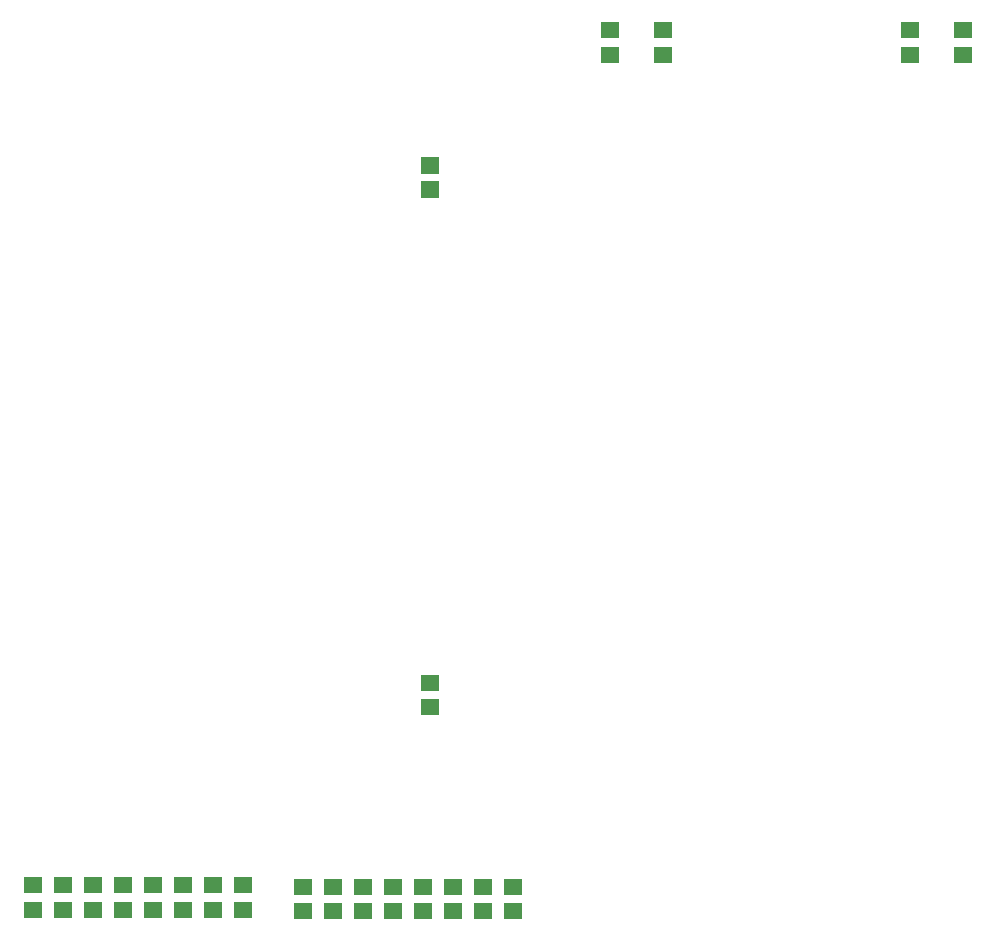
<source format=gbp>
G04 MADE WITH FRITZING*
G04 WWW.FRITZING.ORG*
G04 DOUBLE SIDED*
G04 HOLES PLATED*
G04 CONTOUR ON CENTER OF CONTOUR VECTOR*
%ASAXBY*%
%FSLAX23Y23*%
%MOIN*%
%OFA0B0*%
%SFA1.0B1.0*%
%ADD10R,0.059055X0.055118*%
%LNPASTEMASK0*%
G90*
G70*
G54D10*
X3396Y3485D03*
X3396Y3566D03*
X3221Y3485D03*
X3221Y3566D03*
X2396Y3485D03*
X2396Y3566D03*
X2221Y3485D03*
X2221Y3566D03*
X1796Y710D03*
X1796Y630D03*
X1296Y710D03*
X1296Y630D03*
X1196Y710D03*
X1196Y630D03*
X1896Y710D03*
X1896Y630D03*
X1696Y710D03*
X1696Y630D03*
X496Y716D03*
X496Y635D03*
X396Y716D03*
X396Y635D03*
X296Y716D03*
X296Y635D03*
X596Y716D03*
X596Y635D03*
X696Y716D03*
X696Y635D03*
X896Y716D03*
X896Y635D03*
X1596Y710D03*
X1596Y630D03*
X1496Y710D03*
X1496Y630D03*
X1396Y710D03*
X1396Y630D03*
X996Y716D03*
X996Y635D03*
X796Y716D03*
X796Y635D03*
G36*
X1650Y3008D02*
X1591Y3008D01*
X1591Y3063D01*
X1650Y3063D01*
X1650Y3008D01*
G37*
D02*
G36*
X1650Y3089D02*
X1591Y3089D01*
X1591Y3144D01*
X1650Y3144D01*
X1650Y3089D01*
G37*
D02*
G36*
X1650Y1283D02*
X1591Y1283D01*
X1591Y1338D01*
X1650Y1338D01*
X1650Y1283D01*
G37*
D02*
G36*
X1650Y1364D02*
X1591Y1364D01*
X1591Y1419D01*
X1650Y1419D01*
X1650Y1364D01*
G37*
D02*
G04 End of PasteMask0*
M02*
</source>
